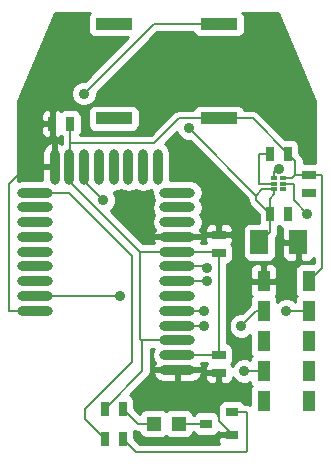
<source format=gtl>
G04 (created by PCBNEW (2013-07-07 BZR 4022)-stable) date 6/10/2015 11:43:32 PM*
%MOIN*%
G04 Gerber Fmt 3.4, Leading zero omitted, Abs format*
%FSLAX34Y34*%
G01*
G70*
G90*
G04 APERTURE LIST*
%ADD10C,0.00590551*%
%ADD11R,0.0394X0.0315*%
%ADD12R,0.0204724X0.011811*%
%ADD13R,0.045X0.025*%
%ADD14R,0.025X0.045*%
%ADD15R,0.04X0.07*%
%ADD16R,0.0472X0.0472*%
%ADD17R,0.122047X0.0393701*%
%ADD18O,0.1181X0.0335*%
%ADD19O,0.0335X0.1181*%
%ADD20R,0.06X0.08*%
%ADD21C,0.035*%
%ADD22C,0.006*%
%ADD23C,0.01*%
G04 APERTURE END LIST*
G54D10*
G54D11*
X58817Y-39500D03*
X59683Y-39125D03*
X59683Y-39875D03*
G54D12*
X61098Y-31303D03*
X61098Y-31500D03*
X61098Y-31696D03*
X61401Y-31696D03*
X61401Y-31500D03*
X61401Y-31303D03*
G54D13*
X59250Y-33800D03*
X59250Y-33200D03*
G54D14*
X54300Y-29500D03*
X53700Y-29500D03*
G54D13*
X59250Y-37200D03*
X59250Y-37800D03*
X62250Y-31200D03*
X62250Y-31800D03*
G54D14*
X60950Y-32500D03*
X61550Y-32500D03*
X61550Y-30500D03*
X60950Y-30500D03*
G54D15*
X60750Y-34750D03*
X62250Y-34750D03*
X60750Y-35750D03*
X62250Y-35750D03*
X60750Y-36750D03*
X62250Y-36750D03*
X60750Y-37750D03*
X62250Y-37750D03*
X60750Y-38750D03*
X62250Y-38750D03*
G54D16*
X57087Y-39500D03*
X57913Y-39500D03*
G54D17*
X59251Y-29324D03*
X59251Y-26175D03*
X55748Y-29324D03*
X55748Y-26175D03*
G54D18*
X57872Y-37709D03*
X57872Y-37217D03*
X57872Y-36724D03*
X57872Y-36232D03*
X57872Y-35740D03*
X57872Y-35248D03*
X57872Y-34756D03*
X57872Y-34264D03*
X57872Y-33772D03*
X57872Y-33280D03*
X57872Y-32787D03*
X57872Y-32295D03*
X57872Y-31803D03*
G54D19*
X57222Y-30937D03*
X56730Y-30937D03*
X56238Y-30937D03*
X55746Y-30937D03*
X55254Y-30937D03*
X54762Y-30937D03*
X54270Y-30937D03*
X53778Y-30937D03*
G54D18*
X53128Y-31803D03*
X53128Y-32295D03*
X53128Y-32787D03*
X53128Y-33280D03*
X53128Y-33772D03*
X53128Y-34264D03*
X53128Y-34756D03*
X53128Y-35248D03*
X53128Y-35740D03*
G54D14*
X55450Y-39000D03*
X56050Y-39000D03*
X55450Y-40000D03*
X56050Y-40000D03*
G54D20*
X60600Y-33450D03*
X61900Y-33450D03*
G54D21*
X58250Y-29650D03*
X60000Y-36250D03*
X58750Y-36250D03*
X61500Y-35750D03*
X58750Y-35750D03*
X58850Y-34750D03*
X62200Y-32500D03*
X58850Y-34300D03*
X61250Y-31000D03*
X60100Y-37750D03*
X55950Y-35250D03*
X55400Y-32050D03*
X54750Y-28500D03*
G54D22*
X60950Y-32500D02*
X60950Y-33100D01*
X60950Y-33100D02*
X60600Y-33450D01*
X60500Y-31900D02*
X58250Y-29650D01*
X60500Y-31900D02*
X60500Y-32050D01*
X60500Y-32050D02*
X60950Y-32500D01*
X60703Y-31696D02*
X61098Y-31696D01*
X60500Y-31900D02*
X60703Y-31696D01*
X61098Y-31696D02*
X61098Y-31851D01*
X60950Y-32000D02*
X60950Y-32500D01*
X61098Y-31851D02*
X60950Y-32000D01*
X57872Y-36232D02*
X58732Y-36232D01*
X60500Y-35750D02*
X60750Y-35750D01*
X60000Y-36250D02*
X60500Y-35750D01*
X58732Y-36232D02*
X58750Y-36250D01*
X57872Y-35740D02*
X58740Y-35740D01*
X61500Y-35750D02*
X62250Y-35750D01*
X58740Y-35740D02*
X58750Y-35750D01*
X61401Y-31500D02*
X61750Y-31500D01*
X58844Y-34756D02*
X57872Y-34756D01*
X58850Y-34750D02*
X58844Y-34756D01*
X61750Y-32050D02*
X62200Y-32500D01*
X61750Y-31500D02*
X61750Y-32050D01*
X61098Y-31303D02*
X61098Y-31101D01*
X58814Y-34264D02*
X57872Y-34264D01*
X58850Y-34300D02*
X58814Y-34264D01*
X61200Y-31000D02*
X61250Y-31000D01*
X61098Y-31101D02*
X61200Y-31000D01*
X53128Y-35248D02*
X55948Y-35248D01*
X60100Y-37750D02*
X60750Y-37750D01*
X55948Y-35248D02*
X55950Y-35250D01*
X54800Y-39000D02*
X54800Y-39350D01*
X54253Y-31803D02*
X56350Y-33900D01*
X56350Y-33900D02*
X56350Y-37450D01*
X54825Y-38975D02*
X54800Y-39000D01*
X56350Y-37450D02*
X54825Y-38975D01*
X53128Y-31803D02*
X54253Y-31803D01*
X54800Y-39350D02*
X55450Y-40000D01*
X59251Y-26175D02*
X57074Y-26175D01*
X54762Y-31412D02*
X54762Y-30937D01*
X55400Y-32050D02*
X54762Y-31412D01*
X57074Y-26175D02*
X54750Y-28500D01*
X59683Y-39875D02*
X59683Y-39833D01*
X59250Y-39400D02*
X59250Y-37800D01*
X59683Y-39833D02*
X59250Y-39400D01*
X53128Y-35740D02*
X52260Y-35740D01*
X52813Y-30937D02*
X53778Y-30937D01*
X52250Y-31500D02*
X52813Y-30937D01*
X52250Y-35730D02*
X52250Y-31500D01*
X52260Y-35740D02*
X52250Y-35730D01*
X61098Y-31500D02*
X60800Y-31500D01*
X60600Y-30500D02*
X60950Y-30500D01*
X60600Y-31500D02*
X60600Y-30500D01*
X60800Y-31500D02*
X60600Y-31500D01*
X57087Y-39500D02*
X56550Y-39500D01*
X56550Y-39500D02*
X56050Y-39000D01*
X57913Y-39500D02*
X58817Y-39500D01*
X59683Y-39125D02*
X60175Y-39125D01*
X56500Y-40450D02*
X56050Y-40000D01*
X60150Y-40450D02*
X56500Y-40450D01*
X60200Y-40400D02*
X60150Y-40450D01*
X60200Y-39150D02*
X60200Y-40400D01*
X60175Y-39125D02*
X60200Y-39150D01*
X56700Y-36724D02*
X56700Y-37750D01*
X56700Y-37750D02*
X55450Y-39000D01*
X56622Y-33772D02*
X56622Y-36650D01*
X56622Y-36650D02*
X56622Y-36678D01*
X56668Y-36724D02*
X56700Y-36724D01*
X56700Y-36724D02*
X57872Y-36724D01*
X56622Y-36678D02*
X56668Y-36724D01*
X57872Y-37217D02*
X59233Y-37217D01*
X59233Y-37217D02*
X59250Y-37200D01*
X59250Y-33800D02*
X59250Y-37200D01*
X57872Y-33772D02*
X59222Y-33772D01*
X59222Y-33772D02*
X59250Y-33800D01*
X59251Y-29324D02*
X57925Y-29324D01*
X57100Y-30150D02*
X54300Y-30150D01*
X57925Y-29324D02*
X57100Y-30150D01*
X59251Y-29324D02*
X60374Y-29324D01*
X60374Y-29324D02*
X61550Y-30500D01*
X54300Y-29500D02*
X54300Y-30150D01*
X54300Y-30150D02*
X54300Y-30907D01*
X54300Y-30907D02*
X54270Y-30937D01*
X54270Y-30937D02*
X54270Y-31420D01*
X56622Y-33772D02*
X57872Y-33772D01*
X54270Y-31420D02*
X56622Y-33772D01*
X62250Y-31200D02*
X62650Y-31200D01*
X62700Y-34300D02*
X62250Y-34750D01*
X62700Y-31250D02*
X62700Y-34300D01*
X62650Y-31200D02*
X62700Y-31250D01*
X61800Y-31200D02*
X62250Y-31200D01*
X61800Y-31200D02*
X61800Y-30750D01*
X61696Y-31303D02*
X61800Y-31200D01*
X61401Y-31303D02*
X61696Y-31303D01*
X61800Y-30750D02*
X61550Y-30500D01*
G54D10*
G36*
X59740Y-39925D02*
X59733Y-39925D01*
X59733Y-39932D01*
X59633Y-39932D01*
X59633Y-39925D01*
X59298Y-39925D01*
X59236Y-39987D01*
X59235Y-40082D01*
X59272Y-40170D01*
X56615Y-40170D01*
X56425Y-39979D01*
X56425Y-39746D01*
X56442Y-39758D01*
X56442Y-39758D01*
X56460Y-39762D01*
X56550Y-39780D01*
X56600Y-39780D01*
X56600Y-39785D01*
X56638Y-39877D01*
X56709Y-39947D01*
X56801Y-39985D01*
X56900Y-39986D01*
X57372Y-39986D01*
X57464Y-39948D01*
X57500Y-39912D01*
X57535Y-39947D01*
X57627Y-39985D01*
X57726Y-39986D01*
X58198Y-39986D01*
X58290Y-39948D01*
X58360Y-39877D01*
X58398Y-39785D01*
X58398Y-39780D01*
X58400Y-39780D01*
X58407Y-39798D01*
X58478Y-39869D01*
X58570Y-39907D01*
X58669Y-39907D01*
X59063Y-39907D01*
X59155Y-39869D01*
X59225Y-39799D01*
X59239Y-39766D01*
X59298Y-39825D01*
X59633Y-39825D01*
X59633Y-39817D01*
X59733Y-39817D01*
X59733Y-39825D01*
X59740Y-39825D01*
X59740Y-39925D01*
X59740Y-39925D01*
G37*
G54D23*
X59740Y-39925D02*
X59733Y-39925D01*
X59733Y-39932D01*
X59633Y-39932D01*
X59633Y-39925D01*
X59298Y-39925D01*
X59236Y-39987D01*
X59235Y-40082D01*
X59272Y-40170D01*
X56615Y-40170D01*
X56425Y-39979D01*
X56425Y-39746D01*
X56442Y-39758D01*
X56442Y-39758D01*
X56460Y-39762D01*
X56550Y-39780D01*
X56600Y-39780D01*
X56600Y-39785D01*
X56638Y-39877D01*
X56709Y-39947D01*
X56801Y-39985D01*
X56900Y-39986D01*
X57372Y-39986D01*
X57464Y-39948D01*
X57500Y-39912D01*
X57535Y-39947D01*
X57627Y-39985D01*
X57726Y-39986D01*
X58198Y-39986D01*
X58290Y-39948D01*
X58360Y-39877D01*
X58398Y-39785D01*
X58398Y-39780D01*
X58400Y-39780D01*
X58407Y-39798D01*
X58478Y-39869D01*
X58570Y-39907D01*
X58669Y-39907D01*
X59063Y-39907D01*
X59155Y-39869D01*
X59225Y-39799D01*
X59239Y-39766D01*
X59298Y-39825D01*
X59633Y-39825D01*
X59633Y-39817D01*
X59733Y-39817D01*
X59733Y-39825D01*
X59740Y-39825D01*
X59740Y-39925D01*
G54D10*
G36*
X60346Y-38249D02*
X60338Y-38258D01*
X60300Y-38350D01*
X60299Y-38449D01*
X60299Y-38878D01*
X60282Y-38866D01*
X60175Y-38845D01*
X60099Y-38845D01*
X60092Y-38826D01*
X60021Y-38755D01*
X59929Y-38717D01*
X59830Y-38717D01*
X59436Y-38717D01*
X59344Y-38755D01*
X59274Y-38825D01*
X59236Y-38917D01*
X59235Y-39017D01*
X59235Y-39225D01*
X59226Y-39201D01*
X59200Y-39174D01*
X59200Y-38112D01*
X59200Y-37850D01*
X58837Y-37850D01*
X58775Y-37912D01*
X58774Y-37974D01*
X58812Y-38066D01*
X58883Y-38136D01*
X58975Y-38174D01*
X59074Y-38175D01*
X59137Y-38175D01*
X59200Y-38112D01*
X59200Y-39174D01*
X59155Y-39130D01*
X59063Y-39092D01*
X58964Y-39092D01*
X58696Y-39092D01*
X58696Y-37823D01*
X58646Y-37759D01*
X57922Y-37759D01*
X57922Y-38126D01*
X58345Y-38126D01*
X58500Y-38075D01*
X58625Y-37968D01*
X58696Y-37823D01*
X58696Y-39092D01*
X58570Y-39092D01*
X58478Y-39130D01*
X58408Y-39200D01*
X58400Y-39220D01*
X58399Y-39220D01*
X58399Y-39214D01*
X58361Y-39122D01*
X58290Y-39052D01*
X58198Y-39014D01*
X58099Y-39013D01*
X57822Y-39013D01*
X57822Y-38126D01*
X57822Y-37759D01*
X57097Y-37759D01*
X57047Y-37823D01*
X57118Y-37968D01*
X57243Y-38075D01*
X57399Y-38126D01*
X57822Y-38126D01*
X57822Y-39013D01*
X57627Y-39013D01*
X57535Y-39051D01*
X57499Y-39087D01*
X57464Y-39052D01*
X57372Y-39014D01*
X57273Y-39013D01*
X56801Y-39013D01*
X56709Y-39051D01*
X56639Y-39122D01*
X56618Y-39172D01*
X56425Y-38979D01*
X56425Y-38725D01*
X56387Y-38633D01*
X56316Y-38563D01*
X56300Y-38556D01*
X56300Y-38545D01*
X56897Y-37947D01*
X56958Y-37857D01*
X56958Y-37857D01*
X56962Y-37839D01*
X56979Y-37750D01*
X56980Y-37750D01*
X56980Y-37004D01*
X57082Y-37004D01*
X57046Y-37057D01*
X57015Y-37217D01*
X57046Y-37376D01*
X57108Y-37469D01*
X57047Y-37594D01*
X57097Y-37659D01*
X57822Y-37659D01*
X57822Y-37651D01*
X57922Y-37651D01*
X57922Y-37659D01*
X58646Y-37659D01*
X58696Y-37594D01*
X58648Y-37497D01*
X58843Y-37497D01*
X58846Y-37500D01*
X58812Y-37533D01*
X58774Y-37625D01*
X58775Y-37687D01*
X58837Y-37750D01*
X59200Y-37750D01*
X59200Y-37742D01*
X59300Y-37742D01*
X59300Y-37750D01*
X59307Y-37750D01*
X59307Y-37850D01*
X59300Y-37850D01*
X59300Y-38112D01*
X59362Y-38175D01*
X59425Y-38175D01*
X59524Y-38174D01*
X59616Y-38136D01*
X59687Y-38066D01*
X59725Y-37974D01*
X59725Y-37955D01*
X59739Y-37990D01*
X59858Y-38110D01*
X60015Y-38174D01*
X60184Y-38175D01*
X60299Y-38127D01*
X60299Y-38149D01*
X60337Y-38241D01*
X60346Y-38249D01*
X60346Y-38249D01*
G37*
G54D23*
X60346Y-38249D02*
X60338Y-38258D01*
X60300Y-38350D01*
X60299Y-38449D01*
X60299Y-38878D01*
X60282Y-38866D01*
X60175Y-38845D01*
X60099Y-38845D01*
X60092Y-38826D01*
X60021Y-38755D01*
X59929Y-38717D01*
X59830Y-38717D01*
X59436Y-38717D01*
X59344Y-38755D01*
X59274Y-38825D01*
X59236Y-38917D01*
X59235Y-39017D01*
X59235Y-39225D01*
X59226Y-39201D01*
X59200Y-39174D01*
X59200Y-38112D01*
X59200Y-37850D01*
X58837Y-37850D01*
X58775Y-37912D01*
X58774Y-37974D01*
X58812Y-38066D01*
X58883Y-38136D01*
X58975Y-38174D01*
X59074Y-38175D01*
X59137Y-38175D01*
X59200Y-38112D01*
X59200Y-39174D01*
X59155Y-39130D01*
X59063Y-39092D01*
X58964Y-39092D01*
X58696Y-39092D01*
X58696Y-37823D01*
X58646Y-37759D01*
X57922Y-37759D01*
X57922Y-38126D01*
X58345Y-38126D01*
X58500Y-38075D01*
X58625Y-37968D01*
X58696Y-37823D01*
X58696Y-39092D01*
X58570Y-39092D01*
X58478Y-39130D01*
X58408Y-39200D01*
X58400Y-39220D01*
X58399Y-39220D01*
X58399Y-39214D01*
X58361Y-39122D01*
X58290Y-39052D01*
X58198Y-39014D01*
X58099Y-39013D01*
X57822Y-39013D01*
X57822Y-38126D01*
X57822Y-37759D01*
X57097Y-37759D01*
X57047Y-37823D01*
X57118Y-37968D01*
X57243Y-38075D01*
X57399Y-38126D01*
X57822Y-38126D01*
X57822Y-39013D01*
X57627Y-39013D01*
X57535Y-39051D01*
X57499Y-39087D01*
X57464Y-39052D01*
X57372Y-39014D01*
X57273Y-39013D01*
X56801Y-39013D01*
X56709Y-39051D01*
X56639Y-39122D01*
X56618Y-39172D01*
X56425Y-38979D01*
X56425Y-38725D01*
X56387Y-38633D01*
X56316Y-38563D01*
X56300Y-38556D01*
X56300Y-38545D01*
X56897Y-37947D01*
X56958Y-37857D01*
X56958Y-37857D01*
X56962Y-37839D01*
X56979Y-37750D01*
X56980Y-37750D01*
X56980Y-37004D01*
X57082Y-37004D01*
X57046Y-37057D01*
X57015Y-37217D01*
X57046Y-37376D01*
X57108Y-37469D01*
X57047Y-37594D01*
X57097Y-37659D01*
X57822Y-37659D01*
X57822Y-37651D01*
X57922Y-37651D01*
X57922Y-37659D01*
X58646Y-37659D01*
X58696Y-37594D01*
X58648Y-37497D01*
X58843Y-37497D01*
X58846Y-37500D01*
X58812Y-37533D01*
X58774Y-37625D01*
X58775Y-37687D01*
X58837Y-37750D01*
X59200Y-37750D01*
X59200Y-37742D01*
X59300Y-37742D01*
X59300Y-37750D01*
X59307Y-37750D01*
X59307Y-37850D01*
X59300Y-37850D01*
X59300Y-38112D01*
X59362Y-38175D01*
X59425Y-38175D01*
X59524Y-38174D01*
X59616Y-38136D01*
X59687Y-38066D01*
X59725Y-37974D01*
X59725Y-37955D01*
X59739Y-37990D01*
X59858Y-38110D01*
X60015Y-38174D01*
X60184Y-38175D01*
X60299Y-38127D01*
X60299Y-38149D01*
X60337Y-38241D01*
X60346Y-38249D01*
G54D10*
G36*
X61607Y-32550D02*
X61600Y-32550D01*
X61600Y-32557D01*
X61500Y-32557D01*
X61500Y-32550D01*
X61492Y-32550D01*
X61492Y-32450D01*
X61500Y-32450D01*
X61500Y-32442D01*
X61600Y-32442D01*
X61600Y-32450D01*
X61607Y-32450D01*
X61607Y-32550D01*
X61607Y-32550D01*
G37*
G54D23*
X61607Y-32550D02*
X61600Y-32550D01*
X61600Y-32557D01*
X61500Y-32557D01*
X61500Y-32550D01*
X61492Y-32550D01*
X61492Y-32450D01*
X61500Y-32450D01*
X61500Y-32442D01*
X61600Y-32442D01*
X61600Y-32450D01*
X61607Y-32450D01*
X61607Y-32550D01*
G54D10*
G36*
X62307Y-31850D02*
X62300Y-31850D01*
X62300Y-31857D01*
X62200Y-31857D01*
X62200Y-31850D01*
X62192Y-31850D01*
X62192Y-31750D01*
X62200Y-31750D01*
X62200Y-31742D01*
X62300Y-31742D01*
X62300Y-31750D01*
X62307Y-31750D01*
X62307Y-31850D01*
X62307Y-31850D01*
G37*
G54D23*
X62307Y-31850D02*
X62300Y-31850D01*
X62300Y-31857D01*
X62200Y-31857D01*
X62200Y-31850D01*
X62192Y-31850D01*
X62192Y-31750D01*
X62200Y-31750D01*
X62200Y-31742D01*
X62300Y-31742D01*
X62300Y-31750D01*
X62307Y-31750D01*
X62307Y-31850D01*
G54D10*
G36*
X62420Y-34149D02*
X62400Y-34149D01*
X62000Y-34149D01*
X61908Y-34187D01*
X61850Y-34246D01*
X61850Y-34037D01*
X61850Y-33500D01*
X61412Y-33500D01*
X61350Y-33562D01*
X61349Y-33800D01*
X61350Y-33899D01*
X61388Y-33991D01*
X61458Y-34062D01*
X61550Y-34100D01*
X61787Y-34100D01*
X61850Y-34037D01*
X61850Y-34246D01*
X61838Y-34258D01*
X61800Y-34350D01*
X61799Y-34449D01*
X61799Y-35149D01*
X61837Y-35241D01*
X61846Y-35249D01*
X61838Y-35258D01*
X61800Y-35350D01*
X61799Y-35448D01*
X61741Y-35389D01*
X61584Y-35325D01*
X61415Y-35324D01*
X61259Y-35389D01*
X61200Y-35448D01*
X61200Y-35350D01*
X61162Y-35258D01*
X61153Y-35250D01*
X61162Y-35241D01*
X61200Y-35149D01*
X61200Y-34350D01*
X61162Y-34258D01*
X61091Y-34188D01*
X60999Y-34150D01*
X60900Y-34149D01*
X60862Y-34150D01*
X60800Y-34212D01*
X60800Y-34700D01*
X61137Y-34700D01*
X61200Y-34637D01*
X61200Y-34350D01*
X61200Y-35149D01*
X61200Y-34862D01*
X61137Y-34800D01*
X60800Y-34800D01*
X60800Y-34807D01*
X60700Y-34807D01*
X60700Y-34800D01*
X60700Y-34700D01*
X60700Y-34212D01*
X60637Y-34150D01*
X60599Y-34149D01*
X60500Y-34150D01*
X60408Y-34188D01*
X60337Y-34258D01*
X60299Y-34350D01*
X60300Y-34637D01*
X60362Y-34700D01*
X60700Y-34700D01*
X60700Y-34800D01*
X60362Y-34800D01*
X60300Y-34862D01*
X60299Y-35149D01*
X60337Y-35241D01*
X60346Y-35249D01*
X60338Y-35258D01*
X60300Y-35350D01*
X60299Y-35449D01*
X60299Y-35554D01*
X60028Y-35825D01*
X59915Y-35824D01*
X59759Y-35889D01*
X59639Y-36008D01*
X59575Y-36165D01*
X59574Y-36334D01*
X59639Y-36490D01*
X59758Y-36610D01*
X59915Y-36674D01*
X60084Y-36675D01*
X60240Y-36610D01*
X60299Y-36551D01*
X60299Y-37149D01*
X60337Y-37241D01*
X60346Y-37249D01*
X60338Y-37258D01*
X60300Y-37350D01*
X60300Y-37372D01*
X60184Y-37325D01*
X60015Y-37324D01*
X59859Y-37389D01*
X59739Y-37508D01*
X59708Y-37585D01*
X59687Y-37533D01*
X59653Y-37500D01*
X59686Y-37466D01*
X59724Y-37374D01*
X59725Y-37275D01*
X59725Y-37025D01*
X59687Y-36933D01*
X59616Y-36863D01*
X59530Y-36827D01*
X59530Y-34172D01*
X59616Y-34137D01*
X59686Y-34066D01*
X59724Y-33974D01*
X59725Y-33875D01*
X59725Y-33625D01*
X59687Y-33533D01*
X59653Y-33500D01*
X59687Y-33466D01*
X59725Y-33374D01*
X59725Y-33025D01*
X59687Y-32933D01*
X59616Y-32863D01*
X59524Y-32825D01*
X59425Y-32824D01*
X59362Y-32825D01*
X59300Y-32887D01*
X59300Y-33150D01*
X59662Y-33150D01*
X59725Y-33087D01*
X59725Y-33025D01*
X59725Y-33374D01*
X59725Y-33312D01*
X59662Y-33250D01*
X59300Y-33250D01*
X59300Y-33257D01*
X59200Y-33257D01*
X59200Y-33250D01*
X59200Y-33150D01*
X59200Y-32887D01*
X59137Y-32825D01*
X59074Y-32824D01*
X58975Y-32825D01*
X58883Y-32863D01*
X58812Y-32933D01*
X58774Y-33025D01*
X58775Y-33087D01*
X58837Y-33150D01*
X59200Y-33150D01*
X59200Y-33250D01*
X58837Y-33250D01*
X58775Y-33312D01*
X58774Y-33374D01*
X58812Y-33466D01*
X58838Y-33492D01*
X58648Y-33492D01*
X58696Y-33394D01*
X58646Y-33330D01*
X57922Y-33330D01*
X57922Y-33337D01*
X57822Y-33337D01*
X57822Y-33330D01*
X57097Y-33330D01*
X57047Y-33394D01*
X57095Y-33492D01*
X56737Y-33492D01*
X55648Y-32402D01*
X55760Y-32291D01*
X55824Y-32134D01*
X55825Y-31965D01*
X55760Y-31809D01*
X55744Y-31793D01*
X55746Y-31793D01*
X55905Y-31762D01*
X55992Y-31704D01*
X56078Y-31762D01*
X56238Y-31793D01*
X56397Y-31762D01*
X56484Y-31704D01*
X56570Y-31762D01*
X56730Y-31793D01*
X56889Y-31762D01*
X56976Y-31704D01*
X57027Y-31739D01*
X57015Y-31803D01*
X57046Y-31962D01*
X57104Y-32049D01*
X57046Y-32135D01*
X57015Y-32295D01*
X57046Y-32454D01*
X57104Y-32541D01*
X57046Y-32627D01*
X57015Y-32787D01*
X57046Y-32946D01*
X57108Y-33039D01*
X57047Y-33165D01*
X57097Y-33230D01*
X57822Y-33230D01*
X57822Y-33222D01*
X57922Y-33222D01*
X57922Y-33230D01*
X58646Y-33230D01*
X58696Y-33165D01*
X58635Y-33039D01*
X58697Y-32946D01*
X58728Y-32787D01*
X58697Y-32627D01*
X58639Y-32541D01*
X58697Y-32454D01*
X58728Y-32295D01*
X58697Y-32135D01*
X58639Y-32049D01*
X58697Y-31962D01*
X58728Y-31803D01*
X58697Y-31643D01*
X58606Y-31507D01*
X58471Y-31417D01*
X58311Y-31385D01*
X57637Y-31385D01*
X57639Y-31376D01*
X57639Y-30497D01*
X57607Y-30337D01*
X57517Y-30202D01*
X57473Y-30172D01*
X57850Y-29795D01*
X57889Y-29890D01*
X58008Y-30010D01*
X58165Y-30074D01*
X58279Y-30075D01*
X60220Y-32015D01*
X60220Y-32050D01*
X60241Y-32157D01*
X60302Y-32247D01*
X60574Y-32520D01*
X60574Y-32774D01*
X60585Y-32799D01*
X60250Y-32799D01*
X60158Y-32837D01*
X60088Y-32908D01*
X60050Y-33000D01*
X60049Y-33099D01*
X60049Y-33899D01*
X60087Y-33991D01*
X60158Y-34061D01*
X60250Y-34099D01*
X60349Y-34100D01*
X60949Y-34100D01*
X61041Y-34062D01*
X61111Y-33991D01*
X61149Y-33899D01*
X61150Y-33800D01*
X61150Y-33294D01*
X61150Y-33294D01*
X61188Y-33237D01*
X61208Y-33207D01*
X61208Y-33207D01*
X61229Y-33100D01*
X61230Y-33100D01*
X61230Y-32923D01*
X61250Y-32903D01*
X61283Y-32937D01*
X61362Y-32969D01*
X61350Y-33000D01*
X61349Y-33099D01*
X61350Y-33337D01*
X61412Y-33400D01*
X61850Y-33400D01*
X61850Y-33392D01*
X61950Y-33392D01*
X61950Y-33400D01*
X61957Y-33400D01*
X61957Y-33500D01*
X61950Y-33500D01*
X61950Y-34037D01*
X62012Y-34100D01*
X62249Y-34100D01*
X62341Y-34062D01*
X62411Y-33991D01*
X62420Y-33972D01*
X62420Y-34149D01*
X62420Y-34149D01*
G37*
G54D23*
X62420Y-34149D02*
X62400Y-34149D01*
X62000Y-34149D01*
X61908Y-34187D01*
X61850Y-34246D01*
X61850Y-34037D01*
X61850Y-33500D01*
X61412Y-33500D01*
X61350Y-33562D01*
X61349Y-33800D01*
X61350Y-33899D01*
X61388Y-33991D01*
X61458Y-34062D01*
X61550Y-34100D01*
X61787Y-34100D01*
X61850Y-34037D01*
X61850Y-34246D01*
X61838Y-34258D01*
X61800Y-34350D01*
X61799Y-34449D01*
X61799Y-35149D01*
X61837Y-35241D01*
X61846Y-35249D01*
X61838Y-35258D01*
X61800Y-35350D01*
X61799Y-35448D01*
X61741Y-35389D01*
X61584Y-35325D01*
X61415Y-35324D01*
X61259Y-35389D01*
X61200Y-35448D01*
X61200Y-35350D01*
X61162Y-35258D01*
X61153Y-35250D01*
X61162Y-35241D01*
X61200Y-35149D01*
X61200Y-34350D01*
X61162Y-34258D01*
X61091Y-34188D01*
X60999Y-34150D01*
X60900Y-34149D01*
X60862Y-34150D01*
X60800Y-34212D01*
X60800Y-34700D01*
X61137Y-34700D01*
X61200Y-34637D01*
X61200Y-34350D01*
X61200Y-35149D01*
X61200Y-34862D01*
X61137Y-34800D01*
X60800Y-34800D01*
X60800Y-34807D01*
X60700Y-34807D01*
X60700Y-34800D01*
X60700Y-34700D01*
X60700Y-34212D01*
X60637Y-34150D01*
X60599Y-34149D01*
X60500Y-34150D01*
X60408Y-34188D01*
X60337Y-34258D01*
X60299Y-34350D01*
X60300Y-34637D01*
X60362Y-34700D01*
X60700Y-34700D01*
X60700Y-34800D01*
X60362Y-34800D01*
X60300Y-34862D01*
X60299Y-35149D01*
X60337Y-35241D01*
X60346Y-35249D01*
X60338Y-35258D01*
X60300Y-35350D01*
X60299Y-35449D01*
X60299Y-35554D01*
X60028Y-35825D01*
X59915Y-35824D01*
X59759Y-35889D01*
X59639Y-36008D01*
X59575Y-36165D01*
X59574Y-36334D01*
X59639Y-36490D01*
X59758Y-36610D01*
X59915Y-36674D01*
X60084Y-36675D01*
X60240Y-36610D01*
X60299Y-36551D01*
X60299Y-37149D01*
X60337Y-37241D01*
X60346Y-37249D01*
X60338Y-37258D01*
X60300Y-37350D01*
X60300Y-37372D01*
X60184Y-37325D01*
X60015Y-37324D01*
X59859Y-37389D01*
X59739Y-37508D01*
X59708Y-37585D01*
X59687Y-37533D01*
X59653Y-37500D01*
X59686Y-37466D01*
X59724Y-37374D01*
X59725Y-37275D01*
X59725Y-37025D01*
X59687Y-36933D01*
X59616Y-36863D01*
X59530Y-36827D01*
X59530Y-34172D01*
X59616Y-34137D01*
X59686Y-34066D01*
X59724Y-33974D01*
X59725Y-33875D01*
X59725Y-33625D01*
X59687Y-33533D01*
X59653Y-33500D01*
X59687Y-33466D01*
X59725Y-33374D01*
X59725Y-33025D01*
X59687Y-32933D01*
X59616Y-32863D01*
X59524Y-32825D01*
X59425Y-32824D01*
X59362Y-32825D01*
X59300Y-32887D01*
X59300Y-33150D01*
X59662Y-33150D01*
X59725Y-33087D01*
X59725Y-33025D01*
X59725Y-33374D01*
X59725Y-33312D01*
X59662Y-33250D01*
X59300Y-33250D01*
X59300Y-33257D01*
X59200Y-33257D01*
X59200Y-33250D01*
X59200Y-33150D01*
X59200Y-32887D01*
X59137Y-32825D01*
X59074Y-32824D01*
X58975Y-32825D01*
X58883Y-32863D01*
X58812Y-32933D01*
X58774Y-33025D01*
X58775Y-33087D01*
X58837Y-33150D01*
X59200Y-33150D01*
X59200Y-33250D01*
X58837Y-33250D01*
X58775Y-33312D01*
X58774Y-33374D01*
X58812Y-33466D01*
X58838Y-33492D01*
X58648Y-33492D01*
X58696Y-33394D01*
X58646Y-33330D01*
X57922Y-33330D01*
X57922Y-33337D01*
X57822Y-33337D01*
X57822Y-33330D01*
X57097Y-33330D01*
X57047Y-33394D01*
X57095Y-33492D01*
X56737Y-33492D01*
X55648Y-32402D01*
X55760Y-32291D01*
X55824Y-32134D01*
X55825Y-31965D01*
X55760Y-31809D01*
X55744Y-31793D01*
X55746Y-31793D01*
X55905Y-31762D01*
X55992Y-31704D01*
X56078Y-31762D01*
X56238Y-31793D01*
X56397Y-31762D01*
X56484Y-31704D01*
X56570Y-31762D01*
X56730Y-31793D01*
X56889Y-31762D01*
X56976Y-31704D01*
X57027Y-31739D01*
X57015Y-31803D01*
X57046Y-31962D01*
X57104Y-32049D01*
X57046Y-32135D01*
X57015Y-32295D01*
X57046Y-32454D01*
X57104Y-32541D01*
X57046Y-32627D01*
X57015Y-32787D01*
X57046Y-32946D01*
X57108Y-33039D01*
X57047Y-33165D01*
X57097Y-33230D01*
X57822Y-33230D01*
X57822Y-33222D01*
X57922Y-33222D01*
X57922Y-33230D01*
X58646Y-33230D01*
X58696Y-33165D01*
X58635Y-33039D01*
X58697Y-32946D01*
X58728Y-32787D01*
X58697Y-32627D01*
X58639Y-32541D01*
X58697Y-32454D01*
X58728Y-32295D01*
X58697Y-32135D01*
X58639Y-32049D01*
X58697Y-31962D01*
X58728Y-31803D01*
X58697Y-31643D01*
X58606Y-31507D01*
X58471Y-31417D01*
X58311Y-31385D01*
X57637Y-31385D01*
X57639Y-31376D01*
X57639Y-30497D01*
X57607Y-30337D01*
X57517Y-30202D01*
X57473Y-30172D01*
X57850Y-29795D01*
X57889Y-29890D01*
X58008Y-30010D01*
X58165Y-30074D01*
X58279Y-30075D01*
X60220Y-32015D01*
X60220Y-32050D01*
X60241Y-32157D01*
X60302Y-32247D01*
X60574Y-32520D01*
X60574Y-32774D01*
X60585Y-32799D01*
X60250Y-32799D01*
X60158Y-32837D01*
X60088Y-32908D01*
X60050Y-33000D01*
X60049Y-33099D01*
X60049Y-33899D01*
X60087Y-33991D01*
X60158Y-34061D01*
X60250Y-34099D01*
X60349Y-34100D01*
X60949Y-34100D01*
X61041Y-34062D01*
X61111Y-33991D01*
X61149Y-33899D01*
X61150Y-33800D01*
X61150Y-33294D01*
X61150Y-33294D01*
X61188Y-33237D01*
X61208Y-33207D01*
X61208Y-33207D01*
X61229Y-33100D01*
X61230Y-33100D01*
X61230Y-32923D01*
X61250Y-32903D01*
X61283Y-32937D01*
X61362Y-32969D01*
X61350Y-33000D01*
X61349Y-33099D01*
X61350Y-33337D01*
X61412Y-33400D01*
X61850Y-33400D01*
X61850Y-33392D01*
X61950Y-33392D01*
X61950Y-33400D01*
X61957Y-33400D01*
X61957Y-33500D01*
X61950Y-33500D01*
X61950Y-34037D01*
X62012Y-34100D01*
X62249Y-34100D01*
X62341Y-34062D01*
X62411Y-33991D01*
X62420Y-33972D01*
X62420Y-34149D01*
G54D10*
G36*
X62450Y-30824D02*
X62425Y-30824D01*
X62080Y-30824D01*
X62080Y-30750D01*
X62058Y-30642D01*
X62058Y-30642D01*
X62038Y-30612D01*
X61997Y-30552D01*
X61997Y-30552D01*
X61925Y-30479D01*
X61925Y-30225D01*
X61887Y-30133D01*
X61816Y-30063D01*
X61724Y-30025D01*
X61625Y-30024D01*
X61470Y-30024D01*
X60572Y-29126D01*
X60481Y-29066D01*
X60374Y-29044D01*
X60098Y-29044D01*
X60074Y-28986D01*
X60004Y-28916D01*
X59912Y-28877D01*
X59812Y-28877D01*
X58592Y-28877D01*
X58500Y-28915D01*
X58429Y-28986D01*
X58405Y-29044D01*
X57925Y-29044D01*
X57818Y-29066D01*
X57787Y-29086D01*
X57727Y-29126D01*
X56984Y-29870D01*
X56608Y-29870D01*
X56608Y-29472D01*
X56608Y-29078D01*
X56570Y-28986D01*
X56500Y-28916D01*
X56408Y-28877D01*
X56308Y-28877D01*
X55088Y-28877D01*
X54996Y-28915D01*
X54925Y-28986D01*
X54887Y-29078D01*
X54887Y-29177D01*
X54887Y-29571D01*
X54925Y-29663D01*
X54995Y-29733D01*
X55087Y-29771D01*
X55187Y-29771D01*
X56407Y-29771D01*
X56499Y-29733D01*
X56570Y-29663D01*
X56608Y-29571D01*
X56608Y-29472D01*
X56608Y-29870D01*
X54633Y-29870D01*
X54636Y-29866D01*
X54674Y-29774D01*
X54675Y-29675D01*
X54675Y-29225D01*
X54637Y-29133D01*
X54566Y-29063D01*
X54474Y-29025D01*
X54375Y-29024D01*
X54125Y-29024D01*
X54033Y-29062D01*
X54000Y-29096D01*
X53966Y-29062D01*
X53874Y-29024D01*
X53812Y-29025D01*
X53750Y-29087D01*
X53750Y-29450D01*
X53757Y-29450D01*
X53757Y-29550D01*
X53750Y-29550D01*
X53750Y-29912D01*
X53812Y-29975D01*
X53874Y-29975D01*
X53966Y-29937D01*
X53999Y-29903D01*
X54020Y-29923D01*
X54020Y-30150D01*
X54020Y-30172D01*
X54017Y-30173D01*
X53892Y-30112D01*
X53828Y-30162D01*
X53828Y-30887D01*
X53835Y-30887D01*
X53835Y-30987D01*
X53828Y-30987D01*
X53828Y-30994D01*
X53728Y-30994D01*
X53728Y-30987D01*
X53728Y-30887D01*
X53728Y-30162D01*
X53663Y-30112D01*
X53650Y-30119D01*
X53650Y-29912D01*
X53650Y-29550D01*
X53650Y-29450D01*
X53650Y-29087D01*
X53587Y-29025D01*
X53525Y-29024D01*
X53433Y-29062D01*
X53363Y-29133D01*
X53325Y-29225D01*
X53324Y-29324D01*
X53325Y-29387D01*
X53387Y-29450D01*
X53650Y-29450D01*
X53650Y-29550D01*
X53387Y-29550D01*
X53325Y-29612D01*
X53324Y-29675D01*
X53325Y-29774D01*
X53363Y-29866D01*
X53433Y-29937D01*
X53525Y-29975D01*
X53587Y-29975D01*
X53650Y-29912D01*
X53650Y-30119D01*
X53518Y-30183D01*
X53411Y-30308D01*
X53360Y-30464D01*
X53360Y-30887D01*
X53728Y-30887D01*
X53728Y-30987D01*
X53360Y-30987D01*
X53360Y-31385D01*
X52688Y-31385D01*
X52550Y-31413D01*
X52550Y-28760D01*
X53783Y-25800D01*
X54962Y-25800D01*
X54925Y-25836D01*
X54887Y-25928D01*
X54887Y-26027D01*
X54887Y-26421D01*
X54925Y-26513D01*
X54995Y-26583D01*
X55087Y-26622D01*
X55187Y-26622D01*
X56231Y-26622D01*
X54778Y-28075D01*
X54665Y-28074D01*
X54509Y-28139D01*
X54389Y-28258D01*
X54325Y-28415D01*
X54324Y-28584D01*
X54389Y-28740D01*
X54508Y-28860D01*
X54665Y-28924D01*
X54834Y-28925D01*
X54990Y-28860D01*
X55110Y-28741D01*
X55174Y-28584D01*
X55175Y-28470D01*
X57190Y-26455D01*
X58405Y-26455D01*
X58429Y-26513D01*
X58499Y-26583D01*
X58591Y-26622D01*
X58691Y-26622D01*
X59911Y-26622D01*
X60003Y-26584D01*
X60074Y-26513D01*
X60112Y-26421D01*
X60112Y-26322D01*
X60112Y-25928D01*
X60074Y-25836D01*
X60037Y-25800D01*
X61216Y-25800D01*
X62450Y-28760D01*
X62450Y-30824D01*
X62450Y-30824D01*
G37*
G54D23*
X62450Y-30824D02*
X62425Y-30824D01*
X62080Y-30824D01*
X62080Y-30750D01*
X62058Y-30642D01*
X62058Y-30642D01*
X62038Y-30612D01*
X61997Y-30552D01*
X61997Y-30552D01*
X61925Y-30479D01*
X61925Y-30225D01*
X61887Y-30133D01*
X61816Y-30063D01*
X61724Y-30025D01*
X61625Y-30024D01*
X61470Y-30024D01*
X60572Y-29126D01*
X60481Y-29066D01*
X60374Y-29044D01*
X60098Y-29044D01*
X60074Y-28986D01*
X60004Y-28916D01*
X59912Y-28877D01*
X59812Y-28877D01*
X58592Y-28877D01*
X58500Y-28915D01*
X58429Y-28986D01*
X58405Y-29044D01*
X57925Y-29044D01*
X57818Y-29066D01*
X57787Y-29086D01*
X57727Y-29126D01*
X56984Y-29870D01*
X56608Y-29870D01*
X56608Y-29472D01*
X56608Y-29078D01*
X56570Y-28986D01*
X56500Y-28916D01*
X56408Y-28877D01*
X56308Y-28877D01*
X55088Y-28877D01*
X54996Y-28915D01*
X54925Y-28986D01*
X54887Y-29078D01*
X54887Y-29177D01*
X54887Y-29571D01*
X54925Y-29663D01*
X54995Y-29733D01*
X55087Y-29771D01*
X55187Y-29771D01*
X56407Y-29771D01*
X56499Y-29733D01*
X56570Y-29663D01*
X56608Y-29571D01*
X56608Y-29472D01*
X56608Y-29870D01*
X54633Y-29870D01*
X54636Y-29866D01*
X54674Y-29774D01*
X54675Y-29675D01*
X54675Y-29225D01*
X54637Y-29133D01*
X54566Y-29063D01*
X54474Y-29025D01*
X54375Y-29024D01*
X54125Y-29024D01*
X54033Y-29062D01*
X54000Y-29096D01*
X53966Y-29062D01*
X53874Y-29024D01*
X53812Y-29025D01*
X53750Y-29087D01*
X53750Y-29450D01*
X53757Y-29450D01*
X53757Y-29550D01*
X53750Y-29550D01*
X53750Y-29912D01*
X53812Y-29975D01*
X53874Y-29975D01*
X53966Y-29937D01*
X53999Y-29903D01*
X54020Y-29923D01*
X54020Y-30150D01*
X54020Y-30172D01*
X54017Y-30173D01*
X53892Y-30112D01*
X53828Y-30162D01*
X53828Y-30887D01*
X53835Y-30887D01*
X53835Y-30987D01*
X53828Y-30987D01*
X53828Y-30994D01*
X53728Y-30994D01*
X53728Y-30987D01*
X53728Y-30887D01*
X53728Y-30162D01*
X53663Y-30112D01*
X53650Y-30119D01*
X53650Y-29912D01*
X53650Y-29550D01*
X53650Y-29450D01*
X53650Y-29087D01*
X53587Y-29025D01*
X53525Y-29024D01*
X53433Y-29062D01*
X53363Y-29133D01*
X53325Y-29225D01*
X53324Y-29324D01*
X53325Y-29387D01*
X53387Y-29450D01*
X53650Y-29450D01*
X53650Y-29550D01*
X53387Y-29550D01*
X53325Y-29612D01*
X53324Y-29675D01*
X53325Y-29774D01*
X53363Y-29866D01*
X53433Y-29937D01*
X53525Y-29975D01*
X53587Y-29975D01*
X53650Y-29912D01*
X53650Y-30119D01*
X53518Y-30183D01*
X53411Y-30308D01*
X53360Y-30464D01*
X53360Y-30887D01*
X53728Y-30887D01*
X53728Y-30987D01*
X53360Y-30987D01*
X53360Y-31385D01*
X52688Y-31385D01*
X52550Y-31413D01*
X52550Y-28760D01*
X53783Y-25800D01*
X54962Y-25800D01*
X54925Y-25836D01*
X54887Y-25928D01*
X54887Y-26027D01*
X54887Y-26421D01*
X54925Y-26513D01*
X54995Y-26583D01*
X55087Y-26622D01*
X55187Y-26622D01*
X56231Y-26622D01*
X54778Y-28075D01*
X54665Y-28074D01*
X54509Y-28139D01*
X54389Y-28258D01*
X54325Y-28415D01*
X54324Y-28584D01*
X54389Y-28740D01*
X54508Y-28860D01*
X54665Y-28924D01*
X54834Y-28925D01*
X54990Y-28860D01*
X55110Y-28741D01*
X55174Y-28584D01*
X55175Y-28470D01*
X57190Y-26455D01*
X58405Y-26455D01*
X58429Y-26513D01*
X58499Y-26583D01*
X58591Y-26622D01*
X58691Y-26622D01*
X59911Y-26622D01*
X60003Y-26584D01*
X60074Y-26513D01*
X60112Y-26421D01*
X60112Y-26322D01*
X60112Y-25928D01*
X60074Y-25836D01*
X60037Y-25800D01*
X61216Y-25800D01*
X62450Y-28760D01*
X62450Y-30824D01*
M02*

</source>
